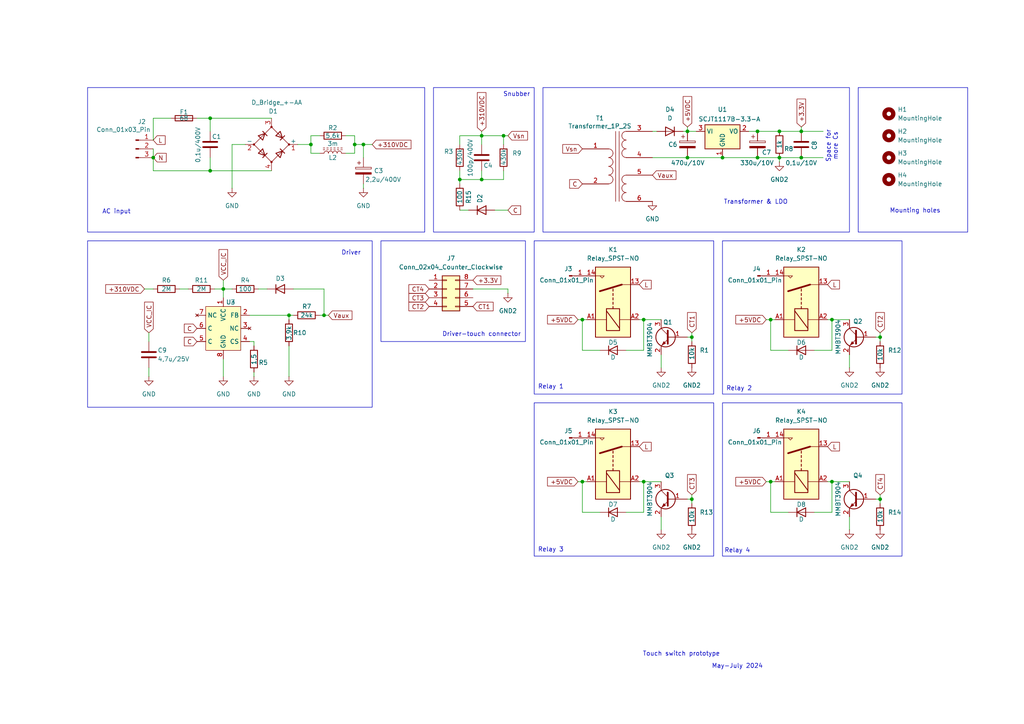
<source format=kicad_sch>
(kicad_sch (version 20231120) (generator "eeschema") (generator_version "8.0")
  (paper "A4")
  (lib_symbols
    (symbol "Connector:Conn_01x01_Pin" (pin_names (offset 1.016) hide)
      (property "Reference" "J" (at 0 2.54 0))
      (property "Value" "Conn_01x01_Pin" (at 0 -2.54 0))
      (symbol "Conn_01x01_Pin_1_1"
        (polyline (pts (xy 1.27 0) (xy 0.8636 0)) (stroke (width 0.1524)))
        (rectangle (start 0.8636 0.127) (end 0 -0.127) (stroke (width 0.1524)) (fill (type outline)))
        (pin passive line (at 5.08 0 180) (length 3.81) (name "Pin_1") (number "1"))
      )
    )
    (symbol "Connector:Conn_01x03_Pin" (pin_names (offset 1.016) hide)
      (property "Reference" "J" (at 0 5.08 0))
      (property "Value" "Conn_01x03_Pin" (at 0 -5.08 0))
      (symbol "Conn_01x03_Pin_1_1"
        (polyline (pts (xy 1.27 -2.54) (xy 0.8636 -2.54)) (stroke (width 0.1524)))
        (polyline (pts (xy 1.27 0) (xy 0.8636 0)) (stroke (width 0.1524)))
        (polyline (pts (xy 1.27 2.54) (xy 0.8636 2.54)) (stroke (width 0.1524)))
        (rectangle (start 0.8636 -2.413) (end 0 -2.667) (stroke (width 0.1524)) (fill (type outline)))
        (rectangle (start 0.8636 0.127) (end 0 -0.127) (stroke (width 0.1524)) (fill (type outline)))
        (rectangle (start 0.8636 2.667) (end 0 2.413) (stroke (width 0.1524)) (fill (type outline)))
        (pin passive line (at 5.08 2.54 180) (length 3.81) (name "Pin_1") (number "1"))
        (pin passive line (at 5.08 0 180) (length 3.81) (name "Pin_2") (number "2"))
        (pin passive line (at 5.08 -2.54 180) (length 3.81) (name "Pin_3") (number "3"))
      )
    )
    (symbol "Connector_Generic:Conn_02x04_Counter_Clockwise" (pin_names (offset 1.016) hide)
      (property "Reference" "J" (at 1.27 5.08 0))
      (property "Value" "Conn_02x04_Counter_Clockwise" (at 1.27 -7.62 0))
      (symbol "Conn_02x04_Counter_Clockwise_1_1"
        (rectangle (start -1.27 -4.953) (end 0 -5.207) (stroke (width 0.1524)))
        (rectangle (start -1.27 -2.413) (end 0 -2.667) (stroke (width 0.1524)))
        (rectangle (start -1.27 0.127) (end 0 -0.127) (stroke (width 0.1524)))
        (rectangle (start -1.27 2.667) (end 0 2.413) (stroke (width 0.1524)))
        (rectangle (start -1.27 3.81) (end 3.81 -6.35) (stroke (width 0.254)) (fill (type background)))
        (rectangle (start 3.81 -4.953) (end 2.54 -5.207) (stroke (width 0.1524)))
        (rectangle (start 3.81 -2.413) (end 2.54 -2.667) (stroke (width 0.1524)))
        (rectangle (start 3.81 0.127) (end 2.54 -0.127) (stroke (width 0.1524)))
        (rectangle (start 3.81 2.667) (end 2.54 2.413) (stroke (width 0.1524)))
        (pin passive line (at -5.08 2.54 0) (length 3.81) (name "Pin_1") (number "1"))
        (pin passive line (at -5.08 0 0) (length 3.81) (name "Pin_2") (number "2"))
        (pin passive line (at -5.08 -2.54 0) (length 3.81) (name "Pin_3") (number "3"))
        (pin passive line (at -5.08 -5.08 0) (length 3.81) (name "Pin_4") (number "4"))
        (pin passive line (at 7.62 -5.08 180) (length 3.81) (name "Pin_5") (number "5"))
        (pin passive line (at 7.62 -2.54 180) (length 3.81) (name "Pin_6") (number "6"))
        (pin passive line (at 7.62 0 180) (length 3.81) (name "Pin_7") (number "7"))
        (pin passive line (at 7.62 2.54 180) (length 3.81) (name "Pin_8") (number "8"))
      )
    )
    (symbol "Device:C" (pin_numbers hide) (pin_names (offset 0.254))
      (property "Reference" "C" (at 0.635 2.54 0))
      (property "Value" "C" (at 0.635 -2.54 0))
      (symbol "C_0_1"
        (polyline (pts (xy -2.032 -0.762) (xy 2.032 -0.762)) (stroke (width 0.508)))
        (polyline (pts (xy -2.032 0.762) (xy 2.032 0.762)) (stroke (width 0.508)))
      )
      (symbol "C_1_1"
        (pin passive line (at 0 3.81 270) (length 2.794) (name "~") (number "1"))
        (pin passive line (at 0 -3.81 90) (length 2.794) (name "~") (number "2"))
      )
    )
    (symbol "Device:C_Polarized" (pin_numbers hide) (pin_names (offset 0.254))
      (property "Reference" "C" (at 0.635 2.54 0))
      (property "Value" "C_Polarized" (at 0.635 -2.54 0))
      (symbol "C_Polarized_0_1"
        (rectangle (start -2.286 0.508) (end 2.286 1.016))
        (polyline (pts (xy -1.778 2.286) (xy -0.762 2.286)))
        (polyline (pts (xy -1.27 2.794) (xy -1.27 1.778)))
        (rectangle (start 2.286 -0.508) (end -2.286 -1.016) (fill (type outline)))
      )
      (symbol "C_Polarized_1_1"
        (pin passive line (at 0 3.81 270) (length 2.794) (name "~") (number "1"))
        (pin passive line (at 0 -3.81 90) (length 2.794) (name "~") (number "2"))
      )
    )
    (symbol "Device:D" (pin_numbers hide) (pin_names (offset 1.016) hide)
      (property "Reference" "D" (at 0 2.54 0))
      (property "Value" "D" (at 0 -2.54 0))
      (symbol "D_0_1"
        (polyline (pts (xy -1.27 1.27) (xy -1.27 -1.27)) (stroke (width 0.254)))
        (polyline (pts (xy 1.27 0) (xy -1.27 0)))
        (polyline (pts (xy 1.27 1.27) (xy 1.27 -1.27) (xy -1.27 0) (xy 1.27 1.27)) (stroke (width 0.254)))
      )
      (symbol "D_1_1"
        (pin passive line (at -3.81 0 0) (length 2.54) (name "K") (number "1"))
        (pin passive line (at 3.81 0 180) (length 2.54) (name "A") (number "2"))
      )
    )
    (symbol "Device:D_Bridge_+-AA" (pin_names (offset 0))
      (property "Reference" "D" (at 2.54 6.985 0))
      (property "Value" "D_Bridge_+-AA" (at 2.54 5.08 0))
      (symbol "D_Bridge_+-AA_0_1"
        (circle (center -5.08 0) (radius 0.254) (fill (type outline)))
        (circle (center 0 -5.08) (radius 0.254) (fill (type outline)))
        (polyline (pts (xy -2.54 3.81) (xy -1.27 2.54)) (stroke (width 0.254)))
        (polyline (pts (xy -1.27 -2.54) (xy -2.54 -3.81)) (stroke (width 0.254)))
        (polyline (pts (xy 2.54 -1.27) (xy 3.81 -2.54)) (stroke (width 0.254)))
        (polyline (pts (xy 2.54 1.27) (xy 3.81 2.54)) (stroke (width 0.254)))
        (polyline (pts (xy -3.81 2.54) (xy -2.54 1.27) (xy -1.905 3.175) (xy -3.81 2.54)) (stroke (width 0.254)))
        (polyline (pts (xy -2.54 -1.27) (xy -3.81 -2.54) (xy -1.905 -3.175) (xy -2.54 -1.27)) (stroke (width 0.254)))
        (polyline (pts (xy 1.27 2.54) (xy 2.54 3.81) (xy 3.175 1.905) (xy 1.27 2.54)) (stroke (width 0.254)))
        (polyline (pts (xy 3.175 -1.905) (xy 1.27 -2.54) (xy 2.54 -3.81) (xy 3.175 -1.905)) (stroke (width 0.254)))
        (polyline (pts (xy -5.08 0) (xy 0 -5.08) (xy 5.08 0) (xy 0 5.08) (xy -5.08 0)))
        (circle (center 0 5.08) (radius 0.254) (fill (type outline)))
        (circle (center 5.08 0) (radius 0.254) (fill (type outline)))
      )
      (symbol "D_Bridge_+-AA_1_1"
        (pin passive line (at 7.62 0 180) (length 2.54) (name "+") (number "1"))
        (pin passive line (at -7.62 0 0) (length 2.54) (name "-") (number "2"))
        (pin passive line (at 0 7.62 270) (length 2.54) (name "~") (number "3"))
        (pin passive line (at 0 -7.62 90) (length 2.54) (name "~") (number "4"))
      )
    )
    (symbol "Device:Fuse" (pin_numbers hide) (pin_names (offset 0))
      (property "Reference" "F" (at 2.032 0 90))
      (property "Value" "Fuse" (at -1.905 0 90))
      (symbol "Fuse_0_1"
        (rectangle (start -0.762 -2.54) (end 0.762 2.54) (stroke (width 0.254)))
        (polyline (pts (xy 0 2.54) (xy 0 -2.54)))
      )
      (symbol "Fuse_1_1"
        (pin passive line (at 0 3.81 270) (length 1.27) (name "~") (number "1"))
        (pin passive line (at 0 -3.81 90) (length 1.27) (name "~") (number "2"))
      )
    )
    (symbol "Device:L_Ferrite" (pin_numbers hide) (pin_names (offset 1.016) hide)
      (property "Reference" "L" (at -1.27 0 90))
      (property "Value" "L_Ferrite" (at 2.794 0 90))
      (symbol "L_Ferrite_0_1"
        (arc (start 0 -2.54) (mid 0.6323 -1.905) (end 0 -1.27))
        (arc (start 0 -1.27) (mid 0.6323 -0.635) (end 0 0))
        (polyline (pts (xy 1.016 -2.794) (xy 1.016 -2.286)))
        (polyline (pts (xy 1.016 -1.778) (xy 1.016 -1.27)))
        (polyline (pts (xy 1.016 -0.762) (xy 1.016 -0.254)))
        (polyline (pts (xy 1.016 0.254) (xy 1.016 0.762)))
        (polyline (pts (xy 1.016 1.27) (xy 1.016 1.778)))
        (polyline (pts (xy 1.016 2.286) (xy 1.016 2.794)))
        (polyline (pts (xy 1.524 -2.286) (xy 1.524 -2.794)))
        (polyline (pts (xy 1.524 -1.27) (xy 1.524 -1.778)))
        (polyline (pts (xy 1.524 -0.254) (xy 1.524 -0.762)))
        (polyline (pts (xy 1.524 0.762) (xy 1.524 0.254)))
        (polyline (pts (xy 1.524 1.778) (xy 1.524 1.27)))
        (polyline (pts (xy 1.524 2.794) (xy 1.524 2.286)))
        (arc (start 0 0) (mid 0.6323 0.635) (end 0 1.27))
        (arc (start 0 1.27) (mid 0.6323 1.905) (end 0 2.54))
      )
      (symbol "L_Ferrite_1_1"
        (pin passive line (at 0 3.81 270) (length 1.27) (name "1") (number "1"))
        (pin passive line (at 0 -3.81 90) (length 1.27) (name "2") (number "2"))
      )
    )
    (symbol "Device:R" (pin_numbers hide) (pin_names (offset 0))
      (property "Reference" "R" (at 2.032 0 90))
      (property "Value" "R" (at 0 0 90))
      (symbol "R_0_1"
        (rectangle (start -1.016 -2.54) (end 1.016 2.54) (stroke (width 0.254)))
      )
      (symbol "R_1_1"
        (pin passive line (at 0 3.81 270) (length 1.27) (name "~") (number "1"))
        (pin passive line (at 0 -3.81 90) (length 1.27) (name "~") (number "2"))
      )
    )
    (symbol "Device:Transformer_1P_2S" (pin_names (offset 1.016) hide)
      (property "Reference" "T" (at 0 12.7 0))
      (property "Value" "Transformer_1P_2S" (at 0 -12.7 0))
      (symbol "Transformer_1P_2S_0_1"
        (arc (start -2.54 -5.0546) (mid -1.6599 -4.6901) (end -1.27 -3.81))
        (arc (start -2.54 -2.5146) (mid -1.6599 -2.1501) (end -1.27 -1.27))
        (arc (start -2.54 0.0254) (mid -1.6599 0.3899) (end -1.27 1.27))
        (arc (start -2.54 2.5654) (mid -1.6599 2.9299) (end -1.27 3.81))
        (arc (start -1.27 -3.81) (mid -1.642 -2.912) (end -2.54 -2.54))
        (arc (start -1.27 -1.27) (mid -1.642 -0.372) (end -2.54 0))
        (arc (start -1.27 1.27) (mid -1.642 2.168) (end -2.54 2.54))
        (arc (start -1.27 3.81) (mid -1.642 4.708) (end -2.54 5.08))
        (polyline (pts (xy -0.508 -10.16) (xy -0.508 10.16)))
        (polyline (pts (xy 0.508 10.16) (xy 0.508 -10.16)))
        (arc (start 1.2954 -8.89) (mid 1.6599 -9.7701) (end 2.54 -10.1346))
        (arc (start 1.2954 -6.35) (mid 1.6599 -7.2301) (end 2.54 -7.5946))
        (arc (start 1.2954 -3.81) (mid 1.6599 -4.6901) (end 2.54 -5.0546))
        (arc (start 1.2954 3.81) (mid 1.6599 2.9299) (end 2.54 2.5654))
        (arc (start 1.2954 6.35) (mid 1.6599 5.4699) (end 2.54 5.1054))
        (arc (start 1.2954 8.89) (mid 1.6599 8.0099) (end 2.54 7.6454))
        (arc (start 2.54 -7.62) (mid 1.642 -7.992) (end 1.2954 -8.89))
        (arc (start 2.54 -5.08) (mid 1.642 -5.452) (end 1.2954 -6.35))
        (arc (start 2.54 -2.54) (mid 1.642 -2.912) (end 1.2954 -3.81))
        (arc (start 2.54 5.08) (mid 1.642 4.708) (end 1.2954 3.81))
        (arc (start 2.54 7.62) (mid 1.642 7.248) (end 1.2954 6.35))
        (arc (start 2.54 10.16) (mid 1.642 9.788) (end 1.2954 8.89))
      )
      (symbol "Transformer_1P_2S_1_1"
        (pin passive line (at -10.16 5.08 0) (length 7.62) (name "AA") (number "1"))
        (pin passive line (at -10.16 -5.08 0) (length 7.62) (name "AB") (number "2"))
        (pin passive line (at 10.16 10.16 180) (length 7.62) (name "SA") (number "3"))
        (pin passive line (at 10.16 2.54 180) (length 7.62) (name "SB") (number "4"))
        (pin passive line (at 10.16 -2.54 180) (length 7.62) (name "SC") (number "5"))
        (pin passive line (at 10.16 -10.16 180) (length 7.62) (name "SD") (number "6"))
      )
    )
    (symbol "Mechanical:MountingHole" (pin_names (offset 1.016)) (exclude_from_sim yes) (in_bom no)
      (property "Reference" "H" (at 0 5.08 0))
      (property "Value" "MountingHole" (at 0 3.175 0))
      (symbol "MountingHole_0_1"
        (circle (center 0 0) (radius 1.27) (stroke (width 1.27)))
      )
    )
    (symbol "Regulator_Linear:AMS1117-3.3"
      (property "Reference" "U" (at -3.81 3.175 0))
      (property "Value" "AMS1117-3.3" (at 0 3.175 0))
      (symbol "AMS1117-3.3_0_1"
        (rectangle (start -5.08 -5.08) (end 5.08 1.905) (stroke (width 0.254)) (fill (type background)))
      )
      (symbol "AMS1117-3.3_1_1"
        (pin power_in line (at 0 -7.62 90) (length 2.54) (name "GND") (number "1"))
        (pin power_out line (at 7.62 0 180) (length 2.54) (name "VO") (number "2"))
        (pin power_in line (at -7.62 0 0) (length 2.54) (name "VI") (number "3"))
      )
    )
    (symbol "Relay:Relay_SPST-NO"
      (property "Reference" "K" (at 11.43 3.81 0))
      (property "Value" "Relay_SPST-NO" (at 11.43 1.27 0))
      (symbol "Relay_SPST-NO_0_0"
        (polyline (pts (xy 7.62 5.08) (xy 7.62 2.54) (xy 6.985 3.175) (xy 7.62 3.81)))
      )
      (symbol "Relay_SPST-NO_0_1"
        (rectangle (start -10.16 5.08) (end 10.16 -5.08) (stroke (width 0.254)) (fill (type background)))
        (rectangle (start -8.255 1.905) (end -1.905 -1.905) (stroke (width 0.254)))
        (polyline (pts (xy -7.62 -1.905) (xy -2.54 1.905)) (stroke (width 0.254)))
        (polyline (pts (xy -5.08 -5.08) (xy -5.08 -1.905)))
        (polyline (pts (xy -5.08 5.08) (xy -5.08 1.905)))
        (polyline (pts (xy -1.905 0) (xy -1.27 0)) (stroke (width 0.254)))
        (polyline (pts (xy -0.635 0) (xy 0 0)) (stroke (width 0.254)))
        (polyline (pts (xy 0.635 0) (xy 1.27 0)) (stroke (width 0.254)))
        (polyline (pts (xy 1.905 0) (xy 2.54 0)) (stroke (width 0.254)))
        (polyline (pts (xy 3.175 0) (xy 3.81 0)) (stroke (width 0.254)))
        (polyline (pts (xy 5.08 -2.54) (xy 3.175 3.81)) (stroke (width 0.508)))
        (polyline (pts (xy 5.08 -2.54) (xy 5.08 -5.08)))
      )
      (symbol "Relay_SPST-NO_1_1"
        (pin passive line (at 5.08 -7.62 90) (length 2.54) (name "~") (number "13"))
        (pin passive line (at 7.62 7.62 270) (length 2.54) (name "~") (number "14"))
        (pin passive line (at -5.08 7.62 270) (length 2.54) (name "~") (number "A1"))
        (pin passive line (at -5.08 -7.62 90) (length 2.54) (name "~") (number "A2"))
      )
    )
    (symbol "S7133S_1"
      (property "Reference" "U" (at 0 -7.62 0))
      (symbol "S7133S_1_0_1"
        (rectangle (start -5.08 -1.27) (end 5.08 -13.97) (fill (type background)))
      )
      (symbol "S7133S_1_1_1"
        (pin input line (at 0 1.27 270) (length 2.54) (name "VCC") (number "1"))
        (pin input line (at 7.62 -3.81 180) (length 2.54) (name "FB") (number "2"))
        (pin no_connect line (at 7.62 -7.62 180) (length 2.54) (name "NC") (number "3"))
        (pin output line (at 7.62 -11.43 180) (length 2.54) (name "CS") (number "4"))
        (pin input line (at -7.62 -11.43 0) (length 2.54) (name "C") (number "5"))
        (pin input line (at -7.62 -7.62 0) (length 2.54) (name "C") (number "6"))
        (pin no_connect line (at -7.62 -3.81 0) (length 2.54) (name "NC") (number "7"))
        (pin input line (at 0 -16.51 90) (length 2.54) (name "GND") (number "8"))
      )
    )
    (symbol "Transistor_BJT:MMBT3904" (pin_names (offset 0) hide)
      (property "Reference" "Q" (at 5.08 1.905 0))
      (property "Value" "MMBT3904" (at 5.08 0 0))
      (symbol "MMBT3904_0_1"
        (polyline (pts (xy 0.635 0.635) (xy 2.54 2.54)))
        (polyline (pts (xy 0.635 -0.635) (xy 2.54 -2.54) (xy 2.54 -2.54)))
        (polyline (pts (xy 0.635 1.905) (xy 0.635 -1.905) (xy 0.635 -1.905)) (stroke (width 0.508)))
        (polyline (pts (xy 1.27 -1.778) (xy 1.778 -1.27) (xy 2.286 -2.286) (xy 1.27 -1.778) (xy 1.27 -1.778)) (fill (type outline)))
        (circle (center 1.27 0) (radius 2.8194) (stroke (width 0.254)))
      )
      (symbol "MMBT3904_1_1"
        (pin input line (at -5.08 0 0) (length 5.715) (name "B") (number "1"))
        (pin passive line (at 2.54 -5.08 90) (length 2.54) (name "E") (number "2"))
        (pin passive line (at 2.54 5.08 270) (length 2.54) (name "C") (number "3"))
      )
    )
    (symbol "power:GND" (power) (pin_numbers hide) (pin_names (offset 0) hide)
      (property "Value" "GND" (at 0 -3.81 0))
      (symbol "GND_0_1"
        (polyline (pts (xy 0 0) (xy 0 -1.27) (xy 1.27 -1.27) (xy 0 -2.54) (xy -1.27 -1.27) (xy 0 -1.27)))
      )
      (symbol "GND_1_1"
        (pin power_in line (at 0 0 270) (length 0) (name "~") (number "1"))
      )
    )
    (symbol "power:GND2" (power) (pin_numbers hide) (pin_names (offset 0) hide)
      (property "Value" "GND2" (at 0 -3.81 0))
      (symbol "GND2_0_1"
        (polyline (pts (xy 0 0) (xy 0 -1.27) (xy 1.27 -1.27) (xy 0 -2.54) (xy -1.27 -1.27) (xy 0 -1.27)))
      )
      (symbol "GND2_1_1"
        (pin power_in line (at 0 0 270) (length 0) (name "~") (number "1"))
      )
    )
  )
  (junction (at 44.45 45.72))
  (junction (at 139.7 52.07))
  (junction (at 200.66 97.79))
  (junction (at 219.71 45.72))
  (junction (at 102.87 41.91))
  (junction (at 64.77 83.82))
  (junction (at 139.7 39.37))
  (junction (at 255.27 97.79))
  (junction (at 209.55 45.72))
  (junction (at 186.69 139.7))
  (junction (at 199.39 38.1))
  (junction (at 168.91 139.7))
  (junction (at 226.06 38.1))
  (junction (at 223.52 139.7))
  (junction (at 241.3 92.71))
  (junction (at 223.52 92.71))
  (junction (at 200.66 144.78))
  (junction (at 232.41 38.1))
  (junction (at 186.69 92.71))
  (junction (at 60.96 34.29))
  (junction (at 83.82 91.44))
  (junction (at 60.96 49.53))
  (junction (at 146.05 39.37))
  (junction (at 133.35 52.07))
  (junction (at 226.06 45.72))
  (junction (at 255.27 144.78))
  (junction (at 219.71 38.1))
  (junction (at 90.17 41.91))
  (junction (at 241.3 139.7))
  (junction (at 199.39 45.72))
  (junction (at 232.41 45.72))
  (junction (at 105.41 41.91))
  (junction (at 93.98 91.44))
  (junction (at 168.91 92.71))
  (wire (pts (xy 186.69 139.7) (xy 191.77 139.7)))
  (wire (pts (xy 102.87 39.37) (xy 100.33 39.37)))
  (wire (pts (xy 199.39 38.1) (xy 201.93 38.1)))
  (wire (pts (xy 133.35 49.53) (xy 133.35 52.07)))
  (wire (pts (xy 64.77 81.28) (xy 64.77 83.82)))
  (wire (pts (xy 72.39 91.44) (xy 83.82 91.44)))
  (wire (pts (xy 228.6 101.6) (xy 223.52 101.6)))
  (wire (pts (xy 219.71 45.72) (xy 226.06 45.72)))
  (wire (pts (xy 139.7 52.07) (xy 133.35 52.07)))
  (wire (pts (xy 173.99 101.6) (xy 168.91 101.6)))
  (wire (pts (xy 219.71 38.1) (xy 226.06 38.1)))
  (wire (pts (xy 92.71 91.44) (xy 93.98 91.44)))
  (wire (pts (xy 86.36 41.91) (xy 90.17 41.91)))
  (wire (pts (xy 246.38 153.67) (xy 246.38 149.86)))
  (wire (pts (xy 139.7 39.37) (xy 146.05 39.37)))
  (wire (pts (xy 241.3 139.7) (xy 246.38 139.7)))
  (wire (pts (xy 133.35 52.07) (xy 133.35 53.34)))
  (wire (pts (xy 146.05 39.37) (xy 147.32 39.37)))
  (wire (pts (xy 83.82 109.22) (xy 83.82 100.33)))
  (wire (pts (xy 200.66 96.52) (xy 200.66 97.79)))
  (wire (pts (xy 60.96 45.72) (xy 60.96 49.53)))
  (wire (pts (xy 105.41 41.91) (xy 107.95 41.91)))
  (wire (pts (xy 52.07 83.82) (xy 54.61 83.82)))
  (wire (pts (xy 246.38 106.68) (xy 246.38 102.87)))
  (wire (pts (xy 199.39 45.72) (xy 209.55 45.72)))
  (wire (pts (xy 133.35 39.37) (xy 139.7 39.37)))
  (wire (pts (xy 173.99 148.59) (xy 168.91 148.59)))
  (wire (pts (xy 137.16 83.82) (xy 147.32 83.82)))
  (wire (pts (xy 92.71 44.45) (xy 90.17 44.45)))
  (wire (pts (xy 105.41 53.34) (xy 105.41 54.61)))
  (wire (pts (xy 223.52 139.7) (xy 224.79 139.7)))
  (wire (pts (xy 90.17 44.45) (xy 90.17 41.91)))
  (wire (pts (xy 60.96 49.53) (xy 44.45 49.53)))
  (wire (pts (xy 241.3 92.71) (xy 240.03 92.71)))
  (wire (pts (xy 255.27 143.51) (xy 255.27 144.78)))
  (wire (pts (xy 73.66 99.06) (xy 73.66 100.33)))
  (wire (pts (xy 200.66 146.05) (xy 200.66 144.78)))
  (wire (pts (xy 186.69 92.71) (xy 185.42 92.71)))
  (wire (pts (xy 232.41 38.1) (xy 238.76 38.1)))
  (wire (pts (xy 62.23 83.82) (xy 64.77 83.82)))
  (wire (pts (xy 222.25 92.71) (xy 223.52 92.71)))
  (wire (pts (xy 186.69 92.71) (xy 191.77 92.71)))
  (wire (pts (xy 223.52 101.6) (xy 223.52 92.71)))
  (wire (pts (xy 232.41 45.72) (xy 238.76 45.72)))
  (wire (pts (xy 191.77 153.67) (xy 191.77 149.86)))
  (wire (pts (xy 133.35 39.37) (xy 133.35 41.91)))
  (wire (pts (xy 102.87 44.45) (xy 102.87 41.91)))
  (wire (pts (xy 255.27 97.79) (xy 255.27 99.06)))
  (wire (pts (xy 241.3 92.71) (xy 246.38 92.71)))
  (wire (pts (xy 64.77 109.22) (xy 64.77 104.14)))
  (wire (pts (xy 223.52 92.71) (xy 224.79 92.71)))
  (wire (pts (xy 198.12 38.1) (xy 199.39 38.1)))
  (wire (pts (xy 43.18 96.52) (xy 43.18 99.06)))
  (wire (pts (xy 67.31 41.91) (xy 67.31 54.61)))
  (wire (pts (xy 139.7 38.1) (xy 139.7 39.37)))
  (wire (pts (xy 186.69 101.6) (xy 186.69 92.71)))
  (wire (pts (xy 44.45 40.64) (xy 44.45 34.29)))
  (wire (pts (xy 200.66 143.51) (xy 200.66 144.78)))
  (wire (pts (xy 255.27 97.79) (xy 254 97.79)))
  (wire (pts (xy 241.3 148.59) (xy 241.3 139.7)))
  (wire (pts (xy 167.64 139.7) (xy 168.91 139.7)))
  (wire (pts (xy 189.23 45.72) (xy 199.39 45.72)))
  (wire (pts (xy 73.66 109.22) (xy 73.66 107.95)))
  (wire (pts (xy 41.91 83.82) (xy 44.45 83.82)))
  (wire (pts (xy 71.12 41.91) (xy 67.31 41.91)))
  (wire (pts (xy 147.32 83.82) (xy 147.32 85.09)))
  (wire (pts (xy 105.41 41.91) (xy 105.41 45.72)))
  (wire (pts (xy 168.91 101.6) (xy 168.91 92.71)))
  (wire (pts (xy 200.66 144.78) (xy 199.39 144.78)))
  (wire (pts (xy 168.91 92.71) (xy 170.18 92.71)))
  (wire (pts (xy 83.82 91.44) (xy 83.82 92.71)))
  (wire (pts (xy 64.77 83.82) (xy 67.31 83.82)))
  (wire (pts (xy 241.3 139.7) (xy 240.03 139.7)))
  (wire (pts (xy 43.18 106.68) (xy 43.18 109.22)))
  (wire (pts (xy 255.27 144.78) (xy 254 144.78)))
  (wire (pts (xy 232.41 36.83) (xy 232.41 38.1)))
  (wire (pts (xy 199.39 36.83) (xy 199.39 38.1)))
  (wire (pts (xy 186.69 148.59) (xy 186.69 139.7)))
  (wire (pts (xy 146.05 39.37) (xy 146.05 41.91)))
  (wire (pts (xy 191.77 106.68) (xy 191.77 102.87)))
  (wire (pts (xy 60.96 34.29) (xy 78.74 34.29)))
  (wire (pts (xy 209.55 45.72) (xy 219.71 45.72)))
  (wire (pts (xy 74.93 83.82) (xy 77.47 83.82)))
  (wire (pts (xy 222.25 139.7) (xy 223.52 139.7)))
  (wire (pts (xy 100.33 44.45) (xy 102.87 44.45)))
  (wire (pts (xy 228.6 148.59) (xy 223.52 148.59)))
  (wire (pts (xy 168.91 139.7) (xy 170.18 139.7)))
  (wire (pts (xy 181.61 101.6) (xy 186.69 101.6)))
  (wire (pts (xy 102.87 41.91) (xy 105.41 41.91)))
  (wire (pts (xy 167.64 92.71) (xy 168.91 92.71)))
  (wire (pts (xy 57.15 34.29) (xy 60.96 34.29)))
  (wire (pts (xy 133.35 60.96) (xy 135.89 60.96)))
  (wire (pts (xy 236.22 101.6) (xy 241.3 101.6)))
  (wire (pts (xy 241.3 101.6) (xy 241.3 92.71)))
  (wire (pts (xy 226.06 45.72) (xy 232.41 45.72)))
  (wire (pts (xy 44.45 34.29) (xy 49.53 34.29)))
  (wire (pts (xy 255.27 96.52) (xy 255.27 97.79)))
  (wire (pts (xy 85.09 83.82) (xy 93.98 83.82)))
  (wire (pts (xy 200.66 97.79) (xy 199.39 97.79)))
  (wire (pts (xy 72.39 99.06) (xy 73.66 99.06)))
  (wire (pts (xy 190.5 38.1) (xy 189.23 38.1)))
  (wire (pts (xy 181.61 148.59) (xy 186.69 148.59)))
  (wire (pts (xy 186.69 139.7) (xy 185.42 139.7)))
  (wire (pts (xy 60.96 34.29) (xy 60.96 38.1)))
  (wire (pts (xy 143.51 60.96) (xy 147.32 60.96)))
  (wire (pts (xy 168.91 148.59) (xy 168.91 139.7)))
  (wire (pts (xy 200.66 99.06) (xy 200.66 97.79)))
  (wire (pts (xy 90.17 39.37) (xy 92.71 39.37)))
  (wire (pts (xy 64.77 83.82) (xy 64.77 86.36)))
  (wire (pts (xy 93.98 91.44) (xy 95.25 91.44)))
  (wire (pts (xy 85.09 91.44) (xy 83.82 91.44)))
  (wire (pts (xy 90.17 41.91) (xy 90.17 39.37)))
  (wire (pts (xy 226.06 45.72) (xy 226.06 46.99)))
  (wire (pts (xy 44.45 43.18) (xy 44.45 45.72)))
  (wire (pts (xy 217.17 38.1) (xy 219.71 38.1)))
  (wire (pts (xy 236.22 148.59) (xy 241.3 148.59)))
  (wire (pts (xy 223.52 148.59) (xy 223.52 139.7)))
  (wire (pts (xy 139.7 39.37) (xy 139.7 41.91)))
  (wire (pts (xy 255.27 146.05) (xy 255.27 144.78)))
  (wire (pts (xy 44.45 49.53) (xy 44.45 45.72)))
  (wire (pts (xy 139.7 52.07) (xy 146.05 52.07)))
  (wire (pts (xy 93.98 83.82) (xy 93.98 91.44)))
  (wire (pts (xy 78.74 49.53) (xy 60.96 49.53)))
  (wire (pts (xy 139.7 52.07) (xy 139.7 49.53)))
  (wire (pts (xy 226.06 38.1) (xy 232.41 38.1)))
  (wire (pts (xy 146.05 49.53) (xy 146.05 52.07)))
  (wire (pts (xy 102.87 41.91) (xy 102.87 39.37)))
  (rectangle (start 125.73 25.4) (end 154.94 67.31))
  (rectangle (start 25.4 69.85) (end 107.95 118.11))
  (rectangle (start 248.92 25.4) (end 280.67 67.31))
  (rectangle (start 154.94 69.85) (end 207.01 114.3))
  (rectangle (start 209.55 116.84) (end 261.62 161.29))
  (rectangle (start 157.48 25.4) (end 246.38 67.31))
  (rectangle (start 209.55 69.85) (end 261.62 114.3))
  (rectangle (start 110.49 69.85) (end 152.4 99.06))
  (rectangle (start 25.4 25.4) (end 123.19 67.31))
  (rectangle (start 154.94 116.84) (end 207.01 161.29))
  (text "Relay 2" (at 214.376 112.776 0) (effects (font (size 1.27 1.27))))
  (text "Touch switch prototype" (at 197.612 189.738 0) (effects (font (size 1.27 1.27))))
  (text "Relay 1\n" (at 159.766 112.268 0) (effects (font (size 1.27 1.27))))
  (text "AC input" (at 33.782 61.468 0) (effects (font (size 1.27 1.27))))
  (text "May-July 2024" (at 213.868 193.294 0) (effects (font (size 1.27 1.27))))
  (text "Relay 4" (at 213.868 159.766 0) (effects (font (size 1.27 1.27))))
  (text "Space for\nmore Cs" (at 241.3 42.418 90) (effects (font (size 1.27 1.27))))
  (text "Driver-touch connector" (at 139.7 97.028 0) (effects (font (size 1.27 1.27))))
  (text "Snubber" (at 149.86 27.432 0) (effects (font (size 1.27 1.27))))
  (text "Relay 3" (at 159.766 159.512 0) (effects (font (size 1.27 1.27))))
  (text "Driver" (at 101.854 73.406 0) (effects (font (size 1.27 1.27))))
  (text "Mounting holes" (at 265.43 61.214 0) (effects (font (size 1.27 1.27))))
  (text "Transformer & LDO" (at 219.202 58.674 0) (effects (font (size 1.27 1.27))))
  (global_label "+310VDC" (shape input) (at 139.7 38.1 90) (property "Intersheetrefs" "${INTERSHEET_REFS}" (effects (hide yes))))
  (global_label "VCC_IC" (shape input) (at 43.18 96.52 90) (property "Intersheetrefs" "${INTERSHEET_REFS}" (effects (hide yes))))
  (global_label "Vsn" (shape input) (at 168.91 43.18 180) (property "Intersheetrefs" "${INTERSHEET_REFS}" (effects (hide yes))))
  (global_label "C" (shape input) (at 57.15 95.25 180) (property "Intersheetrefs" "${INTERSHEET_REFS}" (effects (hide yes))))
  (global_label "VCC_IC" (shape input) (at 64.77 81.28 90) (property "Intersheetrefs" "${INTERSHEET_REFS}" (effects (hide yes))))
  (global_label "L" (shape input) (at 185.42 82.55 0) (property "Intersheetrefs" "${INTERSHEET_REFS}" (effects (hide yes))))
  (global_label "Vsn" (shape input) (at 147.32 39.37 0) (property "Intersheetrefs" "${INTERSHEET_REFS}" (effects (hide yes))))
  (global_label "CT4" (shape input) (at 255.27 143.51 90) (property "Intersheetrefs" "${INTERSHEET_REFS}" (effects (hide yes))))
  (global_label "C" (shape input) (at 147.32 60.96 0) (property "Intersheetrefs" "${INTERSHEET_REFS}" (effects (hide yes))))
  (global_label "Vaux" (shape input) (at 189.23 50.8 0) (property "Intersheetrefs" "${INTERSHEET_REFS}" (effects (hide yes))))
  (global_label "N" (shape input) (at 44.45 45.72 0) (property "Intersheetrefs" "${INTERSHEET_REFS}" (effects (hide yes))))
  (global_label "C" (shape input) (at 168.91 53.34 180) (property "Intersheetrefs" "${INTERSHEET_REFS}" (effects (hide yes))))
  (global_label "+5VDC" (shape input) (at 167.64 92.71 180) (property "Intersheetrefs" "${INTERSHEET_REFS}" (effects (hide yes))))
  (global_label "CT2" (shape input) (at 255.27 96.52 90) (property "Intersheetrefs" "${INTERSHEET_REFS}" (effects (hide yes))))
  (global_label "+310VDC" (shape input) (at 41.91 83.82 180) (property "Intersheetrefs" "${INTERSHEET_REFS}" (effects (hide yes))))
  (global_label "CT2" (shape input) (at 124.46 88.9 180) (property "Intersheetrefs" "${INTERSHEET_REFS}" (effects (hide yes))))
  (global_label "L" (shape input) (at 185.42 129.54 0) (property "Intersheetrefs" "${INTERSHEET_REFS}" (effects (hide yes))))
  (global_label "C" (shape input) (at 57.15 99.06 180) (property "Intersheetrefs" "${INTERSHEET_REFS}" (effects (hide yes))))
  (global_label "+5VDC" (shape input) (at 199.39 36.83 90) (property "Intersheetrefs" "${INTERSHEET_REFS}" (effects (hide yes))))
  (global_label "+3.3V" (shape input) (at 137.16 81.28 0) (property "Intersheetrefs" "${INTERSHEET_REFS}" (effects (hide yes))))
  (global_label "CT1" (shape input) (at 137.16 88.9 0) (property "Intersheetrefs" "${INTERSHEET_REFS}" (effects (hide yes))))
  (global_label "CT1" (shape input) (at 200.66 96.52 90) (property "Intersheetrefs" "${INTERSHEET_REFS}" (effects (hide yes))))
  (global_label "CT4" (shape input) (at 124.46 83.82 180) (property "Intersheetrefs" "${INTERSHEET_REFS}" (effects (hide yes))))
  (global_label "L" (shape input) (at 240.03 82.55 0) (property "Intersheetrefs" "${INTERSHEET_REFS}" (effects (hide yes))))
  (global_label "+310VDC" (shape input) (at 107.95 41.91 0) (property "Intersheetrefs" "${INTERSHEET_REFS}" (effects (hide yes))))
  (global_label "L" (shape input) (at 240.03 129.54 0) (property "Intersheetrefs" "${INTERSHEET_REFS}" (effects (hide yes))))
  (global_label "+3.3V" (shape input) (at 232.41 36.83 90) (property "Intersheetrefs" "${INTERSHEET_REFS}" (effects (hide yes))))
  (global_label "CT3" (shape input) (at 124.46 86.36 180) (property "Intersheetrefs" "${INTERSHEET_REFS}" (effects (hide yes))))
  (global_label "+5VDC" (shape input) (at 167.64 139.7 180) (property "Intersheetrefs" "${INTERSHEET_REFS}" (effects (hide yes))))
  (global_label "CT3" (shape input) (at 200.66 143.51 90) (property "Intersheetrefs" "${INTERSHEET_REFS}" (effects (hide yes))))
  (global_label "+5VDC" (shape input) (at 222.25 92.71 180) (property "Intersheetrefs" "${INTERSHEET_REFS}" (effects (hide yes))))
  (global_label "+5VDC" (shape input) (at 222.25 139.7 180) (property "Intersheetrefs" "${INTERSHEET_REFS}" (effects (hide yes))))
  (global_label "L" (shape input) (at 44.45 40.64 0) (property "Intersheetrefs" "${INTERSHEET_REFS}" (effects (hide yes))))
  (global_label "Vaux" (shape input) (at 95.25 91.44 0) (property "Intersheetrefs" "${INTERSHEET_REFS}" (effects (hide yes))))
  (symbol (lib_id "Transistor_BJT:MMBT3904") (at 194.31 97.79 0) (mirror y) (unit 1)
    (property "Reference" "Q1" (at 195.072 93.472 0) (effects (justify left)))
    (property "Value" "MMBT3904" (at 188.468 103.632 90) (effects (justify left)))
    (property "Footprint" "Package_TO_SOT_SMD:SOT-23" (effects (hide yes)))
    (property "Datasheet" "https://www.onsemi.com/pdf/datasheet/pzt3904-d.pdf" (effects (hide yes)))
    (property "Description" "0.2A Ic, 40V Vce, Small Signal NPN Transistor, SOT-23" (effects (hide yes)))
  )
  (symbol (lib_id "Relay:Relay_SPST-NO") (at 177.8 87.63 90) (unit 1)
    (property "Reference" "K1" (at 177.8 72.39 90))
    (property "Value" "Relay_SPST-NO" (at 177.8 74.93 90))
    (property "Footprint" "Touch_Switch_Custom:FH17-1A2STLE-DC5V" (effects (hide yes)))
    (property "Description" "Relay SPST, Normally Open, EN50005" (effects (hide yes)))
  )
  (symbol (lib_id "Device:Transformer_1P_2S") (at 179.07 48.26 0) (unit 1)
    (property "Reference" "T1" (at 173.99 34.29 0))
    (property "Value" "Transformer_1P_2S" (at 173.99 36.576 0))
    (property "Footprint" "Touch_Switch_Custom:Transformer_V2_1" (effects (hide yes)))
    (property "Description" "Transformer, single primary, dual secondary" (effects (hide yes)))
  )
  (symbol (lib_id "Connector:Conn_01x03_Pin") (at 39.37 43.18 0) (unit 1)
    (property "Reference" "J2" (at 41.148 35.306 0))
    (property "Value" "Conn_01x03_Pin" (at 35.814 37.592 0))
    (property "Footprint" "Connector_PinHeader_2.54mm:PinHeader_1x03_P2.54mm_Vertical" (effects (hide yes)))
    (property "Description" "Generic connector, single row, 01x03, script generated" (effects (hide yes)))
  )
  (symbol (lib_id "power:GND") (at 67.31 54.61 0) (unit 1)
    (property "Reference" "#PWR01" (effects (hide yes)))
    (property "Value" "GND" (at 67.31 59.69 0))
    (property "Description" "Power symbol creates a global label with name \"GND\" , ground" (effects (hide yes)))
  )
  (symbol (lib_id "Device:R") (at 96.52 39.37 90) (unit 1)
    (property "Reference" "R2" (at 96.52 37.084 90))
    (property "Value" "5,6k" (at 96.52 39.37 90))
    (property "Footprint" "Resistor_SMD:R_1206_3216Metric" (effects (hide yes)))
    (property "Description" "Resistor" (effects (hide yes)))
  )
  (symbol (lib_id "Device:R") (at 48.26 83.82 90) (unit 1)
    (property "Reference" "R6" (at 48.26 81.28 90))
    (property "Value" "2M" (at 48.26 83.82 90))
    (property "Footprint" "Resistor_SMD:R_1206_3216Metric" (effects (hide yes)))
    (property "Description" "Resistor" (effects (hide yes)))
  )
  (symbol (lib_id "Device:C") (at 139.7 45.72 0) (unit 1)
    (property "Reference" "C4" (at 140.208 48.006 0) (effects (justify left)))
    (property "Value" "100p/400V" (at 136.398 51.308 90) (effects (justify left)))
    (property "Footprint" "Capacitor_SMD:C_0805_2012Metric" (effects (hide yes)))
    (property "Description" "Unpolarized capacitor" (effects (hide yes)))
  )
  (symbol (lib_id "Device:C_Polarized") (at 199.39 41.91 0) (unit 1)
    (property "Reference" "C6" (at 193.802 41.91 0) (effects (justify left)))
    (property "Value" "470u/10V" (at 194.564 47.244 0) (effects (justify left)))
    (property "Footprint" "Capacitor_THT:CP_Radial_D8.0mm_P3.50mm" (effects (hide yes)))
    (property "Description" "Polarized capacitor" (effects (hide yes)))
  )
  (symbol (lib_id "Connector_Generic:Conn_02x04_Counter_Clockwise") (at 129.54 83.82 0) (unit 1)
    (property "Reference" "J7" (at 130.81 74.93 0))
    (property "Value" "Conn_02x04_Counter_Clockwise" (at 130.81 77.47 0))
    (property "Footprint" "Connector_PinHeader_2.54mm:PinHeader_2x04_P2.54mm_Vertical" (effects (hide yes)))
    (property "Description" "Generic connector, double row, 02x04, counter clockwise pin numbering scheme (similar to DIP package numbering), script generated (kicad-library-utils/schlib/autogen/connector/)" (effects (hide yes)))
  )
  (symbol (lib_id "Transistor_BJT:MMBT3904") (at 248.92 97.79 0) (mirror y) (unit 1)
    (property "Reference" "Q2" (at 250.19 93.218 0) (effects (justify left)))
    (property "Value" "MMBT3904" (at 243.078 102.87 90) (effects (justify left)))
    (property "Footprint" "Package_TO_SOT_SMD:SOT-23" (effects (hide yes)))
    (property "Datasheet" "https://www.onsemi.com/pdf/datasheet/pzt3904-d.pdf" (effects (hide yes)))
    (property "Description" "0.2A Ic, 40V Vce, Small Signal NPN Transistor, SOT-23" (effects (hide yes)))
  )
  (symbol (lib_id "Device:R") (at 255.27 102.87 180) (unit 1)
    (property "Reference" "R12" (at 257.556 101.6 0) (effects (justify right)))
    (property "Value" "10k" (at 255.27 104.648 90) (effects (justify right)))
    (property "Footprint" "Resistor_SMD:R_0805_2012Metric" (effects (hide yes)))
    (property "Description" "Resistor" (effects (hide yes)))
  )
  (symbol (lib_id "Device:C") (at 60.96 41.91 0) (unit 1)
    (property "Reference" "C1" (at 61.468 39.624 0) (effects (justify left)))
    (property "Value" "0,1u/400V" (at 57.404 47.244 90) (effects (justify left)))
    (property "Footprint" "Touch_Switch_Custom:MKP-X2-100NR10" (effects (hide yes)))
    (property "Description" "Unpolarized capacitor" (effects (hide yes)))
  )
  (symbol (lib_id "power:GND2") (at 191.77 106.68 0) (unit 1)
    (property "Reference" "#PWR011" (effects (hide yes)))
    (property "Value" "GND2" (at 191.77 111.76 0))
    (property "Description" "Power symbol creates a global label with name \"GND2\" , ground" (effects (hide yes)))
  )
  (symbol (lib_id "Device:C") (at 232.41 41.91 180) (unit 1)
    (property "Reference" "C8" (at 236.22 42.164 90))
    (property "Value" "0,1u/10V" (at 232.41 47.244 0))
    (property "Footprint" "Capacitor_SMD:C_0805_2012Metric" (effects (hide yes)))
    (property "Description" "Unpolarized capacitor" (effects (hide yes)))
  )
  (symbol (lib_id "Device:D") (at 177.8 101.6 0) (unit 1)
    (property "Reference" "D5" (at 177.8 99.314 0))
    (property "Value" "D" (at 177.8 103.632 0))
    (property "Footprint" "Diode_SMD:D_SOD-123" (effects (hide yes)))
    (property "Description" "Diode" (effects (hide yes)))
    (property "Sim.Device" "D" (effects (hide yes)))
    (property "Sim.Pins" "1=K 2=A" (effects (hide yes)))
  )
  (symbol (lib_id "power:GND") (at 189.23 58.42 0) (unit 1)
    (property "Reference" "#PWR06" (effects (hide yes)))
    (property "Value" "GND" (at 189.23 63.5 0))
    (property "Description" "Power symbol creates a global label with name \"GND\" , ground" (effects (hide yes)))
  )
  (symbol (lib_id "Transistor_BJT:MMBT3904") (at 194.31 144.78 0) (mirror y) (unit 1)
    (property "Reference" "Q3" (at 195.58 137.922 0) (effects (justify left)))
    (property "Value" "MMBT3904" (at 188.468 149.86 90) (effects (justify left)))
    (property "Footprint" "Package_TO_SOT_SMD:SOT-23" (effects (hide yes)))
    (property "Datasheet" "https://www.onsemi.com/pdf/datasheet/pzt3904-d.pdf" (effects (hide yes)))
    (property "Description" "0.2A Ic, 40V Vce, Small Signal NPN Transistor, SOT-23" (effects (hide yes)))
  )
  (symbol (lib_id "Device:D") (at 177.8 148.59 0) (unit 1)
    (property "Reference" "D7" (at 177.8 146.304 0))
    (property "Value" "D" (at 177.8 150.622 0))
    (property "Footprint" "Diode_SMD:D_SOD-123" (effects (hide yes)))
    (property "Description" "Diode" (effects (hide yes)))
    (property "Sim.Device" "D" (effects (hide yes)))
    (property "Sim.Pins" "1=K 2=A" (effects (hide yes)))
  )
  (symbol (lib_id "power:GND2") (at 147.32 85.09 0) (unit 1)
    (property "Reference" "#PWR010" (effects (hide yes)))
    (property "Value" "GND2" (at 147.32 90.17 0))
    (property "Description" "Power symbol creates a global label with name \"GND2\" , ground" (effects (hide yes)))
  )
  (symbol (lib_id "Relay:Relay_SPST-NO") (at 232.41 134.62 90) (unit 1)
    (property "Reference" "K4" (at 232.41 119.38 90))
    (property "Value" "Relay_SPST-NO" (at 232.41 121.92 90))
    (property "Footprint" "Touch_Switch_Custom:FH17-1A2STLE-DC5V" (effects (hide yes)))
    (property "Description" "Relay SPST, Normally Open, EN50005" (effects (hide yes)))
  )
  (symbol (lib_id "power:GND2") (at 200.66 106.68 0) (unit 1)
    (property "Reference" "#PWR012" (effects (hide yes)))
    (property "Value" "GND2" (at 200.66 111.76 0))
    (property "Description" "Power symbol creates a global label with name \"GND2\" , ground" (effects (hide yes)))
  )
  (symbol (lib_id "Device:D") (at 139.7 60.96 0) (unit 1)
    (property "Reference" "D2" (at 139.192 58.928 90) (effects (justify left)))
    (property "Value" "D" (effects (hide yes)))
    (property "Footprint" "Diode_SMD:D_SMA" (effects (hide yes)))
    (property "Description" "Diode" (effects (hide yes)))
    (property "Sim.Device" "D" (effects (hide yes)))
    (property "Sim.Pins" "1=K 2=A" (effects (hide yes)))
  )
  (symbol (lib_id "power:GND") (at 83.82 109.22 0) (unit 1)
    (property "Reference" "#PWR07" (effects (hide yes)))
    (property "Value" "GND" (at 83.82 114.3 0))
    (property "Description" "Power symbol creates a global label with name \"GND\" , ground" (effects (hide yes)))
  )
  (symbol (lib_id "Device:D") (at 232.41 101.6 0) (unit 1)
    (property "Reference" "D6" (at 232.41 99.314 0))
    (property "Value" "D" (at 232.41 103.632 0))
    (property "Footprint" "Diode_SMD:D_SOD-123" (effects (hide yes)))
    (property "Description" "Diode" (effects (hide yes)))
    (property "Sim.Device" "D" (effects (hide yes)))
    (property "Sim.Pins" "1=K 2=A" (effects (hide yes)))
  )
  (symbol (lib_id "Device:D") (at 232.41 148.59 0) (unit 1)
    (property "Reference" "D8" (at 232.41 146.304 0))
    (property "Value" "D" (at 232.41 150.622 0))
    (property "Footprint" "Diode_SMD:D_SOD-123" (effects (hide yes)))
    (property "Description" "Diode" (effects (hide yes)))
    (property "Sim.Device" "D" (effects (hide yes)))
    (property "Sim.Pins" "1=K 2=A" (effects (hide yes)))
  )
  (symbol (lib_id "Device:C_Polarized") (at 219.71 41.91 0) (unit 1)
    (property "Reference" "C7" (at 220.98 44.196 0) (effects (justify left)))
    (property "Value" "330u/10V" (at 214.63 47.244 0) (effects (justify left)))
    (property "Footprint" "Capacitor_THT:CP_Radial_D8.0mm_P3.50mm" (effects (hide yes)))
    (property "Description" "Polarized capacitor" (effects (hide yes)))
  )
  (symbol (lib_id "Transistor_BJT:MMBT3904") (at 248.92 144.78 0) (mirror y) (unit 1)
    (property "Reference" "Q4" (at 250.19 137.922 0) (effects (justify left)))
    (property "Value" "MMBT3904" (at 243.078 149.86 90) (effects (justify left)))
    (property "Footprint" "Package_TO_SOT_SMD:SOT-23" (effects (hide yes)))
    (property "Datasheet" "https://www.onsemi.com/pdf/datasheet/pzt3904-d.pdf" (effects (hide yes)))
    (property "Description" "0.2A Ic, 40V Vce, Small Signal NPN Transistor, SOT-23" (effects (hide yes)))
  )
  (symbol (lib_id "Device:R") (at 226.06 41.91 180) (unit 1)
    (property "Reference" "R8" (at 230.124 43.18 0) (effects (justify left)))
    (property "Value" "1k" (at 226.06 40.64 90) (effects (justify left)))
    (property "Footprint" "Resistor_SMD:R_0805_2012Metric" (effects (hide yes)))
    (property "Description" "Resistor" (effects (hide yes)))
  )
  (symbol (lib_id "Device:R") (at 200.66 149.86 180) (unit 1)
    (property "Reference" "R13" (at 202.946 148.59 0) (effects (justify right)))
    (property "Value" "10k" (at 200.66 151.638 90) (effects (justify right)))
    (property "Footprint" "Resistor_SMD:R_0805_2012Metric" (effects (hide yes)))
    (property "Description" "Resistor" (effects (hide yes)))
  )
  (symbol (lib_id "Relay:Relay_SPST-NO") (at 232.41 87.63 90) (unit 1)
    (property "Reference" "K2" (at 232.41 72.39 90))
    (property "Value" "Relay_SPST-NO" (at 232.41 74.93 90))
    (property "Footprint" "Touch_Switch_Custom:FH17-1A2STLE-DC5V" (effects (hide yes)))
    (property "Description" "Relay SPST, Normally Open, EN50005" (effects (hide yes)))
  )
  (symbol (lib_id "Connector:Conn_01x01_Pin") (at 219.71 127 0) (unit 1)
    (property "Reference" "J6" (at 219.456 124.968 0))
    (property "Value" "Conn_01x01_Pin" (at 218.948 128.27 0))
    (property "Footprint" "Connector_PinHeader_2.54mm:PinHeader_1x01_P2.54mm_Vertical" (effects (hide yes)))
    (property "Description" "Generic connector, single row, 01x01, script generated" (effects (hide yes)))
  )
  (symbol (lib_id "Regulator_Linear:AMS1117-3.3") (at 209.55 38.1 0) (unit 1)
    (property "Reference" "U1" (at 209.55 31.75 0))
    (property "Value" "SCJT1117B-3.3-A" (at 211.582 34.544 0))
    (property "Footprint" "Package_TO_SOT_SMD:SOT-223-3_TabPin2" (effects (hide yes)))
    (property "Datasheet" "http://www.advanced-monolithic.com/pdf/ds1117.pdf" (effects (hide yes)))
    (property "Description" "1A Low Dropout regulator, positive, 3.3V fixed output, SOT-223" (effects (hide yes)))
  )
  (symbol (lib_id "Device:C_Polarized") (at 105.41 49.53 0) (unit 1)
    (property "Reference" "C3" (at 108.458 49.53 0) (effects (justify left)))
    (property "Value" "2,2u/400V" (at 105.918 52.07 0) (effects (justify left)))
    (property "Footprint" "Capacitor_THT:CP_Radial_D8.0mm_P3.50mm" (effects (hide yes)))
    (property "Description" "Polarized capacitor" (effects (hide yes)))
  )
  (symbol (lib_id "power:GND2") (at 255.27 153.67 0) (unit 1)
    (property "Reference" "#PWR018" (effects (hide yes)))
    (property "Value" "GND2" (at 255.27 158.75 0))
    (property "Description" "Power symbol creates a global label with name \"GND2\" , ground" (effects (hide yes)))
  )
  (symbol (lib_id "Mechanical:MountingHole") (at 257.81 45.72 0) (unit 1) (exclude_from_sim yes) (in_bom no)
    (property "Reference" "H3" (at 260.35 44.4499 0) (effects (justify left)))
    (property "Value" "MountingHole" (at 260.35 46.9899 0) (effects (justify left)))
    (property "Footprint" "MountingHole:MountingHole_2.2mm_M2_Pad_Via" (effects (hide yes)))
    (property "Description" "Mounting Hole without connection" (effects (hide yes)))
  )
  (symbol (lib_id "Device:R") (at 146.05 45.72 0) (unit 1)
    (property "Reference" "R9" (at 148.59 44.4499 0) (effects (justify left)))
    (property "Value" "430k" (at 146.05 48.006 90) (effects (justify left)))
    (property "Footprint" "Resistor_SMD:R_1206_3216Metric" (effects (hide yes)))
    (property "Description" "Resistor" (effects (hide yes)))
  )
  (symbol (lib_id "power:GND2") (at 246.38 106.68 0) (unit 1)
    (property "Reference" "#PWR013" (effects (hide yes)))
    (property "Value" "GND2" (at 246.38 111.76 0))
    (property "Description" "Power symbol creates a global label with name \"GND2\" , ground" (effects (hide yes)))
  )
  (symbol (lib_id "power:GND2") (at 200.66 153.67 0) (unit 1)
    (property "Reference" "#PWR016" (effects (hide yes)))
    (property "Value" "GND2" (at 200.66 158.75 0))
    (property "Description" "Power symbol creates a global label with name \"GND2\" , ground" (effects (hide yes)))
  )
  (symbol (lib_id "power:GND") (at 43.18 109.22 0) (unit 1)
    (property "Reference" "#PWR09" (effects (hide yes)))
    (property "Value" "GND" (at 43.18 114.3 0))
    (property "Description" "Power symbol creates a global label with name \"GND\" , ground" (effects (hide yes)))
  )
  (symbol (lib_id "power:GND2") (at 191.77 153.67 0) (unit 1)
    (property "Reference" "#PWR015" (effects (hide yes)))
    (property "Value" "GND2" (at 191.77 158.75 0))
    (property "Description" "Power symbol creates a global label with name \"GND2\" , ground" (effects (hide yes)))
  )
  (symbol (lib_id "power:GND2") (at 246.38 153.67 0) (unit 1)
    (property "Reference" "#PWR017" (effects (hide yes)))
    (property "Value" "GND2" (at 246.38 158.75 0))
    (property "Description" "Power symbol creates a global label with name \"GND2\" , ground" (effects (hide yes)))
  )
  (symbol (lib_id "Device:R") (at 255.27 149.86 180) (unit 1)
    (property "Reference" "R14" (at 257.556 148.59 0) (effects (justify right)))
    (property "Value" "10k" (at 255.27 151.638 90) (effects (justify right)))
    (property "Footprint" "Resistor_SMD:R_0805_2012Metric" (effects (hide yes)))
    (property "Description" "Resistor" (effects (hide yes)))
  )
  (symbol (lib_id "Device:Fuse") (at 53.34 34.29 90) (unit 1)
    (property "Reference" "F1" (at 53.34 32.512 90))
    (property "Value" "68" (at 53.34 34.29 90))
    (property "Footprint" "Touch_Switch_Custom:Fuse" (effects (hide yes)))
    (property "Description" "Fuse" (effects (hide yes)))
  )
  (symbol (lib_id "Device:D") (at 194.31 38.1 180) (unit 1)
    (property "Reference" "D4" (at 194.31 31.75 0))
    (property "Value" "D" (at 194.31 34.29 0))
    (property "Footprint" "Diode_SMD:D_SMA" (effects (hide yes)))
    (property "Description" "Diode" (effects (hide yes)))
    (property "Sim.Device" "D" (effects (hide yes)))
    (property "Sim.Pins" "1=K 2=A" (effects (hide yes)))
  )
  (symbol (lib_id "Device:D_Bridge_+-AA") (at 78.74 41.91 0) (unit 1)
    (property "Reference" "D1" (at 79.248 32.258 0))
    (property "Value" "D_Bridge_+-AA" (at 80.264 29.718 0))
    (property "Footprint" "Diode_SMD:Diode_Bridge_Diotec_ABS" (effects (hide yes)))
    (property "Description" "Diode bridge, +ve/-ve/AC/AC" (effects (hide yes)))
  )
  (symbol (lib_id "Device:R") (at 133.35 57.15 0) (unit 1)
    (property "Reference" "R15" (at 135.89 57.15 90))
    (property "Value" "100" (at 133.35 57.15 90))
    (property "Footprint" "Resistor_SMD:R_1206_3216Metric" (effects (hide yes)))
    (property "Description" "Resistor" (effects (hide yes)))
  )
  (symbol (lib_id "Relay:Relay_SPST-NO") (at 177.8 134.62 90) (unit 1)
    (property "Reference" "K3" (at 177.8 119.38 90))
    (property "Value" "Relay_SPST-NO" (at 177.8 121.92 90))
    (property "Footprint" "Touch_Switch_Custom:FH17-1A2STLE-DC5V" (effects (hide yes)))
    (property "Description" "Relay SPST, Normally Open, EN50005" (effects (hide yes)))
  )
  (symbol (lib_id "Device:C") (at 43.18 102.87 0) (unit 1)
    (property "Reference" "C9" (at 45.72 101.6 0) (effects (justify left)))
    (property "Value" "4,7u/25V" (at 45.72 104.14 0) (effects (justify left)))
    (property "Footprint" "Capacitor_SMD:C_0805_2012Metric" (effects (hide yes)))
    (property "Description" "Unpolarized capacitor" (effects (hide yes)))
  )
  (symbol (lib_id "Device:R") (at 83.82 96.52 180) (unit 1)
    (property "Reference" "R10" (at 88.9 96.52 0) (effects (justify left)))
    (property "Value" "3,9k" (at 83.82 94.488 90) (effects (justify left)))
    (property "Footprint" "Resistor_SMD:R_1206_3216Metric" (effects (hide yes)))
    (property "Description" "Resistor" (effects (hide yes)))
  )
  (symbol (lib_id "Device:R") (at 133.35 45.72 0) (unit 1)
    (property "Reference" "R3" (at 128.778 43.942 0) (effects (justify left)))
    (property "Value" "430k" (at 133.35 48.006 90) (effects (justify left)))
    (property "Footprint" "Resistor_SMD:R_1206_3216Metric" (effects (hide yes)))
    (property "Description" "Resistor" (effects (hide yes)))
  )
  (symbol (lib_id "Device:L_Ferrite") (at 96.52 44.45 90) (unit 1)
    (property "Reference" "L2" (at 96.52 45.72 90))
    (property "Value" "3m" (at 96.52 41.656 90))
    (property "Footprint" "Inductor_THT:L_Radial_D7.5mm_P3.50mm_Fastron_07P" (effects (hide yes)))
    (property "Description" "Inductor with ferrite core" (effects (hide yes)))
  )
  (symbol (lib_id "Connector:Conn_01x01_Pin") (at 165.1 80.01 0) (unit 1)
    (property "Reference" "J3" (at 164.846 77.978 0))
    (property "Value" "Conn_01x01_Pin" (at 164.338 81.28 0))
    (property "Footprint" "Connector_PinHeader_2.54mm:PinHeader_1x01_P2.54mm_Vertical" (effects (hide yes)))
    (property "Description" "Generic connector, single row, 01x01, script generated" (effects (hide yes)))
  )
  (symbol (lib_id "Device:D") (at 81.28 83.82 0) (unit 1)
    (property "Reference" "D3" (at 81.28 80.772 0))
    (property "Value" "D" (effects (hide yes)))
    (property "Footprint" "Diode_SMD:D_SMA" (effects (hide yes)))
    (property "Description" "Diode" (effects (hide yes)))
    (property "Sim.Device" "D" (effects (hide yes)))
    (property "Sim.Pins" "1=K 2=A" (effects (hide yes)))
  )
  (symbol (lib_id "power:GND2") (at 255.27 106.68 0) (unit 1)
    (property "Reference" "#PWR014" (effects (hide yes)))
    (property "Value" "GND2" (at 255.27 111.76 0))
    (property "Description" "Power symbol creates a global label with name \"GND2\" , ground" (effects (hide yes)))
  )
  (symbol (lib_id "Mechanical:MountingHole") (at 257.81 39.37 0) (unit 1) (exclude_from_sim yes) (in_bom no)
    (property "Reference" "H2" (at 260.35 38.0999 0) (effects (justify left)))
    (property "Value" "MountingHole" (at 260.35 40.6399 0) (effects (justify left)))
    (property "Footprint" "MountingHole:MountingHole_2.2mm_M2_Pad_Via" (effects (hide yes)))
    (property "Description" "Mounting Hole without connection" (effects (hide yes)))
  )
  (symbol (lib_id "Device:R") (at 73.66 104.14 180) (unit 1)
    (property "Reference" "R5" (at 77.724 105.156 0) (effects (justify left)))
    (property "Value" "1,5" (at 73.66 102.616 90) (effects (justify left)))
    (property "Footprint" "Resistor_SMD:R_1206_3216Metric" (effects (hide yes)))
    (property "Description" "Resistor" (effects (hide yes)))
  )
  (symbol (lib_id "Device:R") (at 71.12 83.82 90) (unit 1)
    (property "Reference" "R4" (at 71.12 81.28 90))
    (property "Value" "100" (at 71.12 83.82 90))
    (property "Footprint" "Resistor_SMD:R_0805_2012Metric" (effects (hide yes)))
    (property "Description" "Resistor" (effects (hide yes)))
  )
  (symbol (lib_id "Mechanical:MountingHole") (at 257.81 33.02 0) (unit 1) (exclude_from_sim yes) (in_bom no)
    (property "Reference" "H1" (at 260.35 31.7499 0) (effects (justify left)))
    (property "Value" "MountingHole" (at 260.35 34.2899 0) (effects (justify left)))
    (property "Footprint" "MountingHole:MountingHole_2.2mm_M2_Pad_Via" (effects (hide yes)))
    (property "Description" "Mounting Hole without connection" (effects (hide yes)))
  )
  (symbol (lib_id "power:GND") (at 73.66 109.22 0) (unit 1)
    (property "Reference" "#PWR04" (effects (hide yes)))
    (property "Value" "GND" (at 73.66 114.3 0))
    (property "Description" "Power symbol creates a global label with name \"GND\" , ground" (effects (hide yes)))
  )
  (symbol (lib_id "power:GND") (at 105.41 54.61 0) (unit 1)
    (property "Reference" "#PWR03" (effects (hide yes)))
    (property "Value" "GND" (at 105.41 59.69 0))
    (property "Description" "Power symbol creates a global label with name \"GND\" , ground" (effects (hide yes)))
  )
  (symbol (lib_id "Mechanical:MountingHole") (at 257.81 52.07 0) (unit 1) (exclude_from_sim yes) (in_bom no)
    (property "Reference" "H4" (at 260.35 50.7999 0) (effects (justify left)))
    (property "Value" "MountingHole" (at 260.35 53.3399 0) (effects (justify left)))
    (property "Footprint" "MountingHole:MountingHole_2.2mm_M2_Pad_Via" (effects (hide yes)))
    (property "Description" "Mounting Hole without connection" (effects (hide yes)))
  )
  (symbol (lib_id "power:GND") (at 64.77 109.22 0) (unit 1)
    (property "Reference" "#PWR08" (effects (hide yes)))
    (property "Value" "GND" (at 64.77 114.3 0))
    (property "Description" "Power symbol creates a global label with name \"GND\" , ground" (effects (hide yes)))
  )
  (symbol (lib_id "power:GND2") (at 226.06 46.99 0) (unit 1)
    (property "Reference" "#PWR05" (effects (hide yes)))
    (property "Value" "GND2" (at 226.06 52.07 0))
    (property "Description" "Power symbol creates a global label with name \"GND2\" , ground" (effects (hide yes)))
  )
  (symbol (lib_id "Device:R") (at 88.9 91.44 270) (unit 1)
    (property "Reference" "R7" (at 87.63 88.9 90) (effects (justify left)))
    (property "Value" "24k" (at 87.122 91.44 90) (effects (justify left)))
    (property "Footprint" "Resistor_SMD:R_1206_3216Metric" (effects (hide yes)))
    (property "Description" "Resistor" (effects (hide yes)))
  )
  (symbol (lib_id "Device:R") (at 58.42 83.82 90) (unit 1)
    (property "Reference" "R11" (at 58.42 81.28 90))
    (property "Value" "2M" (at 58.42 83.82 90))
    (property "Footprint" "Resistor_SMD:R_1206_3216Metric" (effects (hide yes)))
    (property "Description" "Resistor" (effects (hide yes)))
  )
  (symbol (lib_name "S7133S_1") (lib_id "Touch_Switch_Custom:S7133S") (at 64.77 87.63 0) (unit 1)
    (property "Reference" "U3" (at 65.532 87.63 0) (effects (justify left)))
    (property "Value" "~" (at 66.9641 87.63 0) (effects (justify left)))
    (property "Footprint" "Package_SO:SOP-8_3.9x4.9mm_P1.27mm" (effects (hide yes)))
  )
  (symbol (lib_id "Connector:Conn_01x01_Pin") (at 219.71 80.01 0) (unit 1)
    (property "Reference" "J4" (at 219.456 77.978 0))
    (property "Value" "Conn_01x01_Pin" (at 218.948 81.28 0))
    (property "Footprint" "Connector_PinHeader_2.54mm:PinHeader_1x01_P2.54mm_Vertical" (effects (hide yes)))
    (property "Description" "Generic connector, single row, 01x01, script generated" (effects (hide yes)))
  )
  (symbol (lib_id "Device:R") (at 200.66 102.87 180) (unit 1)
    (property "Reference" "R1" (at 202.946 101.6 0) (effects (justify right)))
    (property "Value" "10k" (at 200.66 104.394 90) (effects (justify right)))
    (property "Footprint" "Resistor_SMD:R_0805_2012Metric" (effects (hide yes)))
    (property "Description" "Resistor" (effects (hide yes)))
  )
  (symbol (lib_id "Connector:Conn_01x01_Pin") (at 165.1 127 0) (unit 1)
    (property "Reference" "J5" (at 164.846 124.968 0))
    (property "Value" "Conn_01x01_Pin" (at 164.338 128.27 0))
    (property "Footprint" "Connector_PinHeader_2.54mm:PinHeader_1x01_P2.54mm_Vertical" (effects (hide yes)))
    (property "Description" "Generic connector, single row, 01x01, script generated" (effects (hide yes)))
  )
)
</source>
